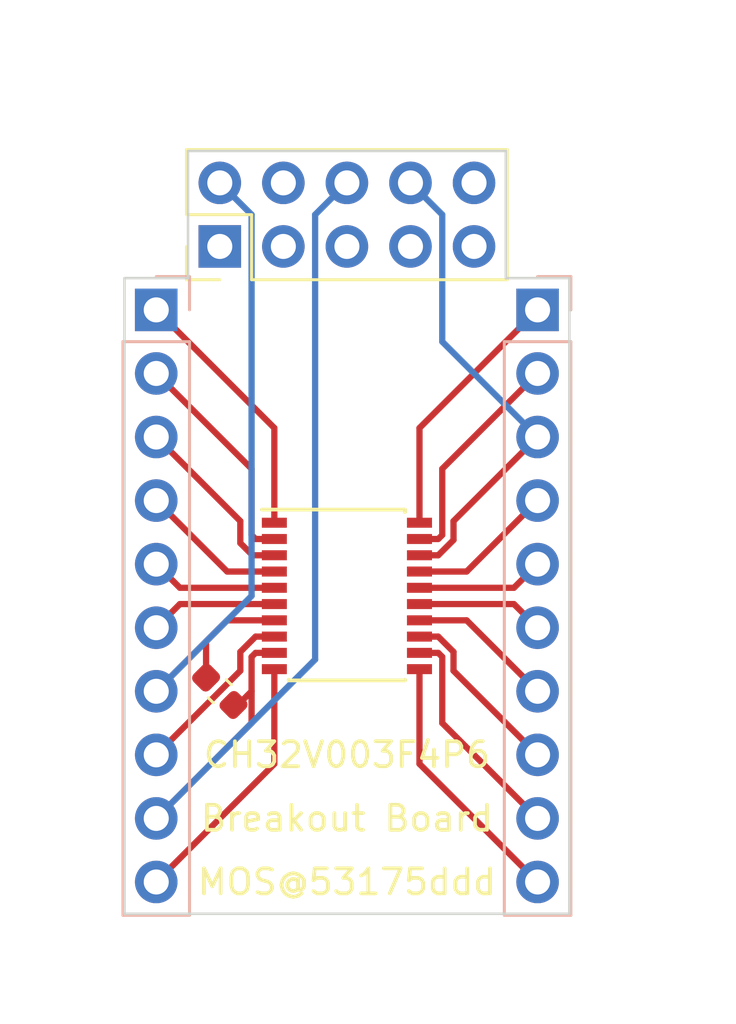
<source format=kicad_pcb>
(kicad_pcb (version 20221018) (generator pcbnew)
  (layers (0 "F.Cu" signal) (31 "B.Cu" signal) (34 "B.Paste" user) (35 "F.Paste" user) (36 "B.SilkS" user "B.Silkscreen") (37 "F.SilkS" user "F.Silkscreen") (38 "B.Mask" user) (39 "F.Mask" user) (44 "Edge.Cuts" user))
  (net 0 "")
  (net 1 "5V")
  (net 2 "GND")
  (net 3 "Net-(J1-Pin_1)")
  (net 4 "Net-(J1-Pin_2)")
  (net 5 "Net-(J1-Pin_3)")
  (net 6 "Net-(J1-Pin_4)")
  (net 7 "Net-(J1-Pin_5)")
  (net 8 "Net-(J1-Pin_6)")
  (net 9 "Net-(J1-Pin_8)")
  (net 10 "Net-(J1-Pin_10)")
  (net 11 "Net-(J2-Pin_1)")
  (net 12 "Net-(J2-Pin_2)")
  (net 13 "SWDIO")
  (net 14 "Net-(J2-Pin_4)")
  (net 15 "Net-(J2-Pin_5)")
  (net 16 "Net-(J2-Pin_6)")
  (net 17 "Net-(J2-Pin_7)")
  (net 18 "Net-(J2-Pin_8)")
  (net 19 "Net-(J2-Pin_9)")
  (net 20 "Net-(J2-Pin_10)")
  (footprint "Capacitor_SMD:C_0603_1608Metric" (layer "F.Cu") (at 129.54 91.44 -45)
    (fp_text reference "C1" hide)
    (fp_text value "C")
    (fp_line (start -0.14058 -0.51) (end 0.14058 -0.51) (stroke (width 0.12)) (layer "F.SilkS"))
    (fp_line (start -0.14058 0.51) (end 0.14058 0.51) (stroke (width 0.12)) (layer "F.SilkS"))
    (pad "1" smd roundrect (at -0.775 0 315) (size 0.9 0.95) (layers "F.Cu" "F.Paste" "F.Mask") (net 1 "5V"))
    (pad "2" smd roundrect (at 0.775 0 315) (size 0.9 0.95) (layers "F.Cu" "F.Paste" "F.Mask") (net 2 "GND"))
  )
  (footprint "Connector_PinHeader_2.54mm:PinHeader_2x05_P2.54mm_Vertical" (layer "F.Cu") (at 129.54 73.665 90)
    (fp_text reference "J3" hide)
    (fp_text value "Conn_02x05_Odd_Even")
    (fp_line (start -1.33 -1.33) (end 0 -1.33) (stroke (width 0.12)) (layer "F.SilkS"))
    (fp_line (start -1.33 0) (end -1.33 -1.33) (stroke (width 0.12)) (layer "F.SilkS"))
    (fp_line (start -1.33 1.27) (end -1.33 11.49) (stroke (width 0.12)) (layer "F.SilkS"))
    (fp_line (start -1.33 1.27) (end 1.27 1.27) (stroke (width 0.12)) (layer "F.SilkS"))
    (fp_line (start -1.33 11.49) (end 3.87 11.49) (stroke (width 0.12)) (layer "F.SilkS"))
    (fp_line (start 1.27 -1.33) (end 3.87 -1.33) (stroke (width 0.12)) (layer "F.SilkS"))
    (fp_line (start 1.27 1.27) (end 1.27 -1.33) (stroke (width 0.12)) (layer "F.SilkS"))
    (fp_line (start 3.87 -1.33) (end 3.87 11.49) (stroke (width 0.12)) (layer "F.SilkS"))
    (pad "1" thru_hole rect (at 0 0 90) (size 1.7 1.7) (drill 1) (layers "*.Cu" "*.Mask"))
    (pad "2" thru_hole oval (at 2.54 0 90) (size 1.7 1.7) (drill 1) (layers "*.Cu" "*.Mask") (net 1 "5V"))
    (pad "3" thru_hole oval (at 0 2.54 90) (size 1.7 1.7) (drill 1) (layers "*.Cu" "*.Mask"))
    (pad "4" thru_hole oval (at 2.54 2.54 90) (size 1.7 1.7) (drill 1) (layers "*.Cu" "*.Mask"))
    (pad "5" thru_hole oval (at 0 5.08 90) (size 1.7 1.7) (drill 1) (layers "*.Cu" "*.Mask"))
    (pad "6" thru_hole oval (at 2.54 5.08 90) (size 1.7 1.7) (drill 1) (layers "*.Cu" "*.Mask") (net 2 "GND"))
    (pad "7" thru_hole oval (at 0 7.62 90) (size 1.7 1.7) (drill 1) (layers "*.Cu" "*.Mask"))
    (pad "8" thru_hole oval (at 2.54 7.62 90) (size 1.7 1.7) (drill 1) (layers "*.Cu" "*.Mask") (net 13 "SWDIO"))
    (pad "9" thru_hole oval (at 0 10.16 90) (size 1.7 1.7) (drill 1) (layers "*.Cu" "*.Mask"))
    (pad "10" thru_hole oval (at 2.54 10.16 90) (size 1.7 1.7) (drill 1) (layers "*.Cu" "*.Mask"))
  )
  (footprint "Package_SO:SSOP-20_4.4x6.5mm_P0.65mm" (layer "F.Cu") (at 134.62 87.63)
    (fp_text reference "U1" hide)
    (fp_text value "~")
    (fp_line (start -3.4 -3.45) (end 2.325 -3.45) (stroke (width 0.15)) (layer "F.SilkS"))
    (fp_line (start -2.325 3.375) (end -2.325 3.35) (stroke (width 0.15)) (layer "F.SilkS"))
    (fp_line (start -2.325 3.375) (end 2.325 3.375) (stroke (width 0.15)) (layer "F.SilkS"))
    (fp_line (start 2.325 -3.45) (end 2.325 -3.35) (stroke (width 0.15)) (layer "F.SilkS"))
    (fp_line (start 2.325 3.375) (end 2.325 3.35) (stroke (width 0.15)) (layer "F.SilkS"))
    (pad "1" smd rect (at -2.9 -2.925) (size 1 0.4) (layers "F.Cu" "F.Paste" "F.Mask") (net 3 "Net-(J1-Pin_1)"))
    (pad "2" smd rect (at -2.9 -2.275) (size 1 0.4) (layers "F.Cu" "F.Paste" "F.Mask") (net 4 "Net-(J1-Pin_2)"))
    (pad "3" smd rect (at -2.9 -1.625) (size 1 0.4) (layers "F.Cu" "F.Paste" "F.Mask") (net 5 "Net-(J1-Pin_3)"))
    (pad "4" smd rect (at -2.9 -0.975) (size 1 0.4) (layers "F.Cu" "F.Paste" "F.Mask") (net 6 "Net-(J1-Pin_4)"))
    (pad "5" smd rect (at -2.9 -0.325) (size 1 0.4) (layers "F.Cu" "F.Paste" "F.Mask") (net 7 "Net-(J1-Pin_5)"))
    (pad "6" smd rect (at -2.9 0.325) (size 1 0.4) (layers "F.Cu" "F.Paste" "F.Mask") (net 8 "Net-(J1-Pin_6)"))
    (pad "7" smd rect (at -2.9 0.975) (size 1 0.4) (layers "F.Cu" "F.Paste" "F.Mask") (net 1 "5V"))
    (pad "8" smd rect (at -2.9 1.625) (size 1 0.4) (layers "F.Cu" "F.Paste" "F.Mask") (net 9 "Net-(J1-Pin_8)"))
    (pad "9" smd rect (at -2.9 2.275) (size 1 0.4) (layers "F.Cu" "F.Paste" "F.Mask") (net 2 "GND"))
    (pad "10" smd rect (at -2.9 2.925) (size 1 0.4) (layers "F.Cu" "F.Paste" "F.Mask") (net 10 "Net-(J1-Pin_10)"))
    (pad "11" smd rect (at 2.9 2.925) (size 1 0.4) (layers "F.Cu" "F.Paste" "F.Mask") (net 20 "Net-(J2-Pin_10)"))
    (pad "12" smd rect (at 2.9 2.275) (size 1 0.4) (layers "F.Cu" "F.Paste" "F.Mask") (net 19 "Net-(J2-Pin_9)"))
    (pad "13" smd rect (at 2.9 1.625) (size 1 0.4) (layers "F.Cu" "F.Paste" "F.Mask") (net 18 "Net-(J2-Pin_8)"))
    (pad "14" smd rect (at 2.9 0.975) (size 1 0.4) (layers "F.Cu" "F.Paste" "F.Mask") (net 17 "Net-(J2-Pin_7)"))
    (pad "15" smd rect (at 2.9 0.325) (size 1 0.4) (layers "F.Cu" "F.Paste" "F.Mask") (net 16 "Net-(J2-Pin_6)"))
    (pad "16" smd rect (at 2.9 -0.325) (size 1 0.4) (layers "F.Cu" "F.Paste" "F.Mask") (net 15 "Net-(J2-Pin_5)"))
    (pad "17" smd rect (at 2.9 -0.975) (size 1 0.4) (layers "F.Cu" "F.Paste" "F.Mask") (net 14 "Net-(J2-Pin_4)"))
    (pad "18" smd rect (at 2.9 -1.625) (size 1 0.4) (layers "F.Cu" "F.Paste" "F.Mask") (net 13 "SWDIO"))
    (pad "19" smd rect (at 2.9 -2.275) (size 1 0.4) (layers "F.Cu" "F.Paste" "F.Mask") (net 12 "Net-(J2-Pin_2)"))
    (pad "20" smd rect (at 2.9 -2.925) (size 1 0.4) (layers "F.Cu" "F.Paste" "F.Mask") (net 11 "Net-(J2-Pin_1)"))
  )
  (footprint "Connector_PinHeader_2.54mm:PinHeader_1x10_P2.54mm_Vertical" (layer "B.Cu") (at 142.24 76.2 180)
    (fp_text reference "J2" hide)
    (fp_text value "Conn_01x10_Pin")
    (fp_line (start -1.33 -24.19) (end 1.33 -24.19) (stroke (width 0.12)) (layer "B.SilkS"))
    (fp_line (start -1.33 -1.27) (end -1.33 -24.19) (stroke (width 0.12)) (layer "B.SilkS"))
    (fp_line (start -1.33 -1.27) (end 1.33 -1.27) (stroke (width 0.12)) (layer "B.SilkS"))
    (fp_line (start -1.33 0) (end -1.33 1.33) (stroke (width 0.12)) (layer "B.SilkS"))
    (fp_line (start -1.33 1.33) (end 0 1.33) (stroke (width 0.12)) (layer "B.SilkS"))
    (fp_line (start 1.33 -1.27) (end 1.33 -24.19) (stroke (width 0.12)) (layer "B.SilkS"))
    (pad "1" thru_hole rect (at 0 0 180) (size 1.7 1.7) (drill 1) (layers "*.Cu" "*.Mask") (net 11 "Net-(J2-Pin_1)"))
    (pad "2" thru_hole oval (at 0 -2.54 180) (size 1.7 1.7) (drill 1) (layers "*.Cu" "*.Mask") (net 12 "Net-(J2-Pin_2)"))
    (pad "3" thru_hole oval (at 0 -5.08 180) (size 1.7 1.7) (drill 1) (layers "*.Cu" "*.Mask") (net 13 "SWDIO"))
    (pad "4" thru_hole oval (at 0 -7.62 180) (size 1.7 1.7) (drill 1) (layers "*.Cu" "*.Mask") (net 14 "Net-(J2-Pin_4)"))
    (pad "5" thru_hole oval (at 0 -10.16 180) (size 1.7 1.7) (drill 1) (layers "*.Cu" "*.Mask") (net 15 "Net-(J2-Pin_5)"))
    (pad "6" thru_hole oval (at 0 -12.7 180) (size 1.7 1.7) (drill 1) (layers "*.Cu" "*.Mask") (net 16 "Net-(J2-Pin_6)"))
    (pad "7" thru_hole oval (at 0 -15.24 180) (size 1.7 1.7) (drill 1) (layers "*.Cu" "*.Mask") (net 17 "Net-(J2-Pin_7)"))
    (pad "8" thru_hole oval (at 0 -17.78 180) (size 1.7 1.7) (drill 1) (layers "*.Cu" "*.Mask") (net 18 "Net-(J2-Pin_8)"))
    (pad "9" thru_hole oval (at 0 -20.32 180) (size 1.7 1.7) (drill 1) (layers "*.Cu" "*.Mask") (net 19 "Net-(J2-Pin_9)"))
    (pad "10" thru_hole oval (at 0 -22.86 180) (size 1.7 1.7) (drill 1) (layers "*.Cu" "*.Mask") (net 20 "Net-(J2-Pin_10)"))
  )
  (footprint "Connector_PinHeader_2.54mm:PinHeader_1x10_P2.54mm_Vertical" (layer "B.Cu") (at 127 76.2 180)
    (fp_text reference "J1" hide)
    (fp_text value "Conn_01x10_Pin")
    (fp_line (start -1.33 -24.19) (end 1.33 -24.19) (stroke (width 0.12)) (layer "B.SilkS"))
    (fp_line (start -1.33 -1.27) (end -1.33 -24.19) (stroke (width 0.12)) (layer "B.SilkS"))
    (fp_line (start -1.33 -1.27) (end 1.33 -1.27) (stroke (width 0.12)) (layer "B.SilkS"))
    (fp_line (start -1.33 0) (end -1.33 1.33) (stroke (width 0.12)) (layer "B.SilkS"))
    (fp_line (start -1.33 1.33) (end 0 1.33) (stroke (width 0.12)) (layer "B.SilkS"))
    (fp_line (start 1.33 -1.27) (end 1.33 -24.19) (stroke (width 0.12)) (layer "B.SilkS"))
    (pad "1" thru_hole rect (at 0 0 180) (size 1.7 1.7) (drill 1) (layers "*.Cu" "*.Mask") (net 3 "Net-(J1-Pin_1)"))
    (pad "2" thru_hole oval (at 0 -2.54 180) (size 1.7 1.7) (drill 1) (layers "*.Cu" "*.Mask") (net 4 "Net-(J1-Pin_2)"))
    (pad "3" thru_hole oval (at 0 -5.08 180) (size 1.7 1.7) (drill 1) (layers "*.Cu" "*.Mask") (net 5 "Net-(J1-Pin_3)"))
    (pad "4" thru_hole oval (at 0 -7.62 180) (size 1.7 1.7) (drill 1) (layers "*.Cu" "*.Mask") (net 6 "Net-(J1-Pin_4)"))
    (pad "5" thru_hole oval (at 0 -10.16 180) (size 1.7 1.7) (drill 1) (layers "*.Cu" "*.Mask") (net 7 "Net-(J1-Pin_5)"))
    (pad "6" thru_hole oval (at 0 -12.7 180) (size 1.7 1.7) (drill 1) (layers "*.Cu" "*.Mask") (net 8 "Net-(J1-Pin_6)"))
    (pad "7" thru_hole oval (at 0 -15.24 180) (size 1.7 1.7) (drill 1) (layers "*.Cu" "*.Mask") (net 1 "5V"))
    (pad "8" thru_hole oval (at 0 -17.78 180) (size 1.7 1.7) (drill 1) (layers "*.Cu" "*.Mask") (net 9 "Net-(J1-Pin_8)"))
    (pad "9" thru_hole oval (at 0 -20.32 180) (size 1.7 1.7) (drill 1) (layers "*.Cu" "*.Mask") (net 2 "GND"))
    (pad "10" thru_hole oval (at 0 -22.86 180) (size 1.7 1.7) (drill 1) (layers "*.Cu" "*.Mask") (net 10 "Net-(J1-Pin_10)"))
  )
  (gr_line (start 140.97 74.93) (end 140.97 69.85) (stroke (width 0.1)) (layer "Edge.Cuts"))
  (gr_line (start 125.73 100.33) (end 143.51 100.33) (stroke (width 0.1)) (layer "Edge.Cuts"))
  (gr_line (start 143.51 100.33) (end 143.51 74.93) (stroke (width 0.1)) (layer "Edge.Cuts"))
  (gr_line (start 143.51 74.93) (end 140.97 74.93) (stroke (width 0.1)) (layer "Edge.Cuts"))
  (gr_line (start 125.73 74.93) (end 125.73 100.33) (stroke (width 0.1)) (layer "Edge.Cuts"))
  (gr_line (start 140.97 69.85) (end 128.27 69.85) (stroke (width 0.1)) (layer "Edge.Cuts"))
  (gr_line (start 128.27 69.85) (end 128.27 74.93) (stroke (width 0.1)) (layer "Edge.Cuts"))
  (gr_line (start 128.27 74.93) (end 125.73 74.93) (stroke (width 0.1)) (layer "Edge.Cuts"))
  (gr_text "MOS@53175ddd" (at 134.62 99.06) (layer "F.SilkS") (effects (font (size 1 1))))
  (gr_text "CH32V003F4P6" (at 134.62 93.98) (layer "F.SilkS") (effects (font (size 1 1))))
  (gr_text "Breakout Board" (at 134.62 96.52) (layer "F.SilkS") (effects (font (size 1 1))))
  (segment (start 129.54 88.9) (end 127 91.44) (width 0.25) (layer "F.Cu") (net 1))
  (segment (start 128.991992 89.448008) (end 129.54 88.9) (width 0.25) (layer "F.Cu") (net 1))
  (segment (start 129.835 88.605) (end 129.54 88.9) (width 0.25) (layer "F.Cu") (net 1))
  (segment (start 128.991992 90.891992) (end 128.991992 89.448008) (width 0.25) (layer "F.Cu") (net 1))
  (segment (start 131.72 88.605) (end 129.835 88.605) (width 0.25) (layer "F.Cu") (net 1))
  (segment (start 127 91.44) (end 130.81 87.63) (width 0.25) (layer "B.Cu") (net 1))
  (segment (start 130.81 72.395) (end 129.54 71.125) (width 0.25) (layer "B.Cu") (net 1))
  (segment (start 130.81 87.63) (end 130.81 72.395) (width 0.25) (layer "B.Cu") (net 1))
  (segment (start 130.261992 91.988008) (end 130.81 91.44) (width 0.25) (layer "F.Cu") (net 2))
  (segment (start 130.97 89.905) (end 130.81 90.065) (width 0.25) (layer "F.Cu") (net 2))
  (segment (start 130.088008 91.988008) (end 130.261992 91.988008) (width 0.25) (layer "F.Cu") (net 2))
  (segment (start 131.72 89.905) (end 130.97 89.905) (width 0.25) (layer "F.Cu") (net 2))
  (segment (start 130.81 92.71) (end 127 96.52) (width 0.25) (layer "F.Cu") (net 2))
  (segment (start 130.81 90.065) (end 130.81 91.44) (width 0.25) (layer "F.Cu") (net 2))
  (segment (start 130.81 91.44) (end 130.81 92.71) (width 0.25) (layer "F.Cu") (net 2))
  (segment (start 134.62 71.125) (end 133.35 72.395) (width 0.25) (layer "B.Cu") (net 2))
  (segment (start 133.35 90.17) (end 127 96.52) (width 0.25) (layer "B.Cu") (net 2))
  (segment (start 133.35 72.395) (end 133.35 90.17) (width 0.25) (layer "B.Cu") (net 2))
  (segment (start 131.72 84.705) (end 131.72 80.92) (width 0.25) (layer "F.Cu") (net 3))
  (segment (start 131.72 80.92) (end 127 76.2) (width 0.25) (layer "F.Cu") (net 3))
  (segment (start 130.81 82.55) (end 127 78.74) (width 0.25) (layer "F.Cu") (net 4))
  (segment (start 130.97 85.355) (end 130.81 85.195) (width 0.25) (layer "F.Cu") (net 4))
  (segment (start 130.81 85.195) (end 130.81 82.55) (width 0.25) (layer "F.Cu") (net 4))
  (segment (start 131.72 85.355) (end 130.97 85.355) (width 0.25) (layer "F.Cu") (net 4))
  (segment (start 130.846701 86.005) (end 130.36 85.518299) (width 0.25) (layer "F.Cu") (net 5))
  (segment (start 131.72 86.005) (end 130.846701 86.005) (width 0.25) (layer "F.Cu") (net 5))
  (segment (start 130.36 84.64) (end 127 81.28) (width 0.25) (layer "F.Cu") (net 5))
  (segment (start 130.36 85.518299) (end 130.36 84.64) (width 0.25) (layer "F.Cu") (net 5))
  (segment (start 129.835 86.655) (end 127 83.82) (width 0.25) (layer "F.Cu") (net 6))
  (segment (start 131.72 86.655) (end 129.835 86.655) (width 0.25) (layer "F.Cu") (net 6))
  (segment (start 131.72 87.305) (end 127.945 87.305) (width 0.25) (layer "F.Cu") (net 7))
  (segment (start 127.945 87.305) (end 127 86.36) (width 0.25) (layer "F.Cu") (net 7))
  (segment (start 131.72 87.955) (end 127.945 87.955) (width 0.25) (layer "F.Cu") (net 8))
  (segment (start 127.945 87.955) (end 127 88.9) (width 0.25) (layer "F.Cu") (net 8))
  (segment (start 130.97 89.255) (end 130.36 89.865) (width 0.25) (layer "F.Cu") (net 9))
  (segment (start 130.36 90.62) (end 127 93.98) (width 0.25) (layer "F.Cu") (net 9))
  (segment (start 131.72 89.255) (end 130.97 89.255) (width 0.25) (layer "F.Cu") (net 9))
  (segment (start 130.36 89.865) (end 130.36 90.62) (width 0.25) (layer "F.Cu") (net 9))
  (segment (start 131.72 94.34) (end 127 99.06) (width 0.25) (layer "F.Cu") (net 10))
  (segment (start 131.72 90.555) (end 131.72 94.34) (width 0.25) (layer "F.Cu") (net 10))
  (segment (start 137.52 80.92) (end 142.24 76.2) (width 0.25) (layer "F.Cu") (net 11))
  (segment (start 137.52 84.705) (end 137.52 80.92) (width 0.25) (layer "F.Cu") (net 11))
  (segment (start 138.43 82.55) (end 142.24 78.74) (width 0.25) (layer "F.Cu") (net 12))
  (segment (start 138.43 85.195) (end 138.43 82.55) (width 0.25) (layer "F.Cu") (net 12))
  (segment (start 137.52 85.355) (end 138.27 85.355) (width 0.25) (layer "F.Cu") (net 12))
  (segment (start 138.27 85.355) (end 138.43 85.195) (width 0.25) (layer "F.Cu") (net 12))
  (segment (start 138.88 84.64) (end 142.24 81.28) (width 0.25) (layer "F.Cu") (net 13))
  (segment (start 137.52 86.005) (end 138.27 86.005) (width 0.25) (layer "F.Cu") (net 13))
  (segment (start 138.27 86.005) (end 138.88 85.395) (width 0.25) (layer "F.Cu") (net 13))
  (segment (start 138.88 85.395) (end 138.88 84.64) (width 0.25) (layer "F.Cu") (net 13))
  (segment (start 142.24 81.28) (end 138.43 77.47) (width 0.25) (layer "B.Cu") (net 13))
  (segment (start 138.43 72.395) (end 137.16 71.125) (width 0.25) (layer "B.Cu") (net 13))
  (segment (start 138.43 77.47) (end 138.43 72.395) (width 0.25) (layer "B.Cu") (net 13))
  (segment (start 137.52 86.655) (end 139.405 86.655) (width 0.25) (layer "F.Cu") (net 14))
  (segment (start 139.405 86.655) (end 142.24 83.82) (width 0.25) (layer "F.Cu") (net 14))
  (segment (start 137.52 87.305) (end 141.295 87.305) (width 0.25) (layer "F.Cu") (net 15))
  (segment (start 141.295 87.305) (end 142.24 86.36) (width 0.25) (layer "F.Cu") (net 15))
  (segment (start 137.52 87.955) (end 141.295 87.955) (width 0.25) (layer "F.Cu") (net 16))
  (segment (start 141.295 87.955) (end 142.24 88.9) (width 0.25) (layer "F.Cu") (net 16))
  (segment (start 137.52 88.605) (end 139.405 88.605) (width 0.25) (layer "F.Cu") (net 17))
  (segment (start 139.405 88.605) (end 142.24 91.44) (width 0.25) (layer "F.Cu") (net 17))
  (segment (start 138.27 89.255) (end 138.88 89.865) (width 0.25) (layer "F.Cu") (net 18))
  (segment (start 138.88 89.865) (end 138.88 90.62) (width 0.25) (layer "F.Cu") (net 18))
  (segment (start 138.88 90.62) (end 142.24 93.98) (width 0.25) (layer "F.Cu") (net 18))
  (segment (start 137.52 89.255) (end 138.27 89.255) (width 0.25) (layer "F.Cu") (net 18))
  (segment (start 138.27 89.905) (end 138.43 90.065) (width 0.25) (layer "F.Cu") (net 19))
  (segment (start 138.43 90.065) (end 138.43 92.71) (width 0.25) (layer "F.Cu") (net 19))
  (segment (start 138.43 92.71) (end 142.24 96.52) (width 0.25) (layer "F.Cu") (net 19))
  (segment (start 137.52 89.905) (end 138.27 89.905) (width 0.25) (layer "F.Cu") (net 19))
  (segment (start 137.52 90.555) (end 137.52 94.34) (width 0.25) (layer "F.Cu") (net 20))
  (segment (start 137.52 94.34) (end 142.24 99.06) (width 0.25) (layer "F.Cu") (net 20))
)
</source>
